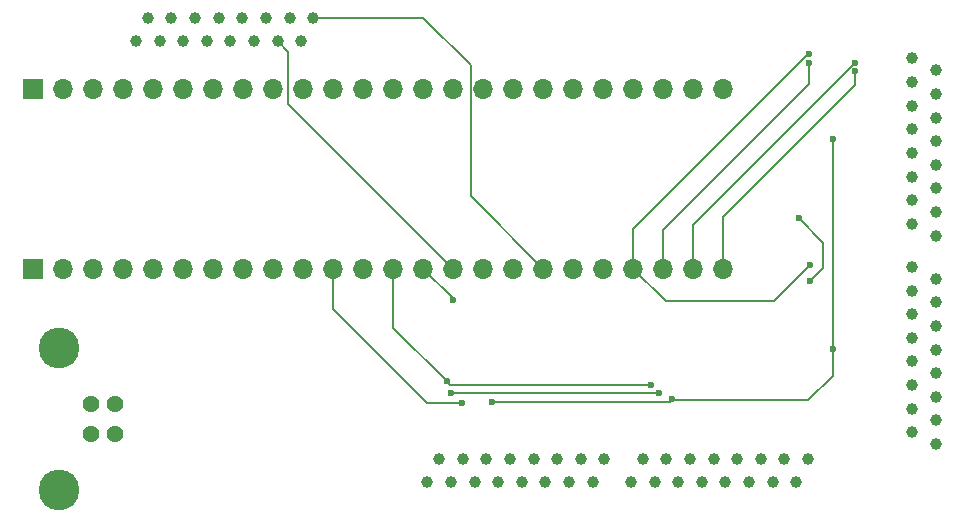
<source format=gbr>
%TF.GenerationSoftware,KiCad,Pcbnew,7.0.7-7.0.7~ubuntu22.04.1*%
%TF.CreationDate,2023-09-08T16:19:24+01:00*%
%TF.ProjectId,FSRray,46535272-6179-42e6-9b69-6361645f7063,rev?*%
%TF.SameCoordinates,Original*%
%TF.FileFunction,Copper,L3,Inr*%
%TF.FilePolarity,Positive*%
%FSLAX46Y46*%
G04 Gerber Fmt 4.6, Leading zero omitted, Abs format (unit mm)*
G04 Created by KiCad (PCBNEW 7.0.7-7.0.7~ubuntu22.04.1) date 2023-09-08 16:19:24*
%MOMM*%
%LPD*%
G01*
G04 APERTURE LIST*
%TA.AperFunction,ComponentPad*%
%ADD10C,1.000000*%
%TD*%
%TA.AperFunction,ComponentPad*%
%ADD11R,1.700000X1.700000*%
%TD*%
%TA.AperFunction,ComponentPad*%
%ADD12O,1.700000X1.700000*%
%TD*%
%TA.AperFunction,ComponentPad*%
%ADD13C,1.431000*%
%TD*%
%TA.AperFunction,ComponentPad*%
%ADD14C,3.450000*%
%TD*%
%TA.AperFunction,ViaPad*%
%ADD15C,0.600000*%
%TD*%
%TA.AperFunction,Conductor*%
%ADD16C,0.150000*%
%TD*%
G04 APERTURE END LIST*
D10*
%TO.N,Net-(J2-Pin_1)*%
%TO.C,J2*%
X209200000Y-115100001D03*
%TO.N,Net-(J2-Pin_2)*%
X207200000Y-114100001D03*
%TO.N,Net-(J2-Pin_3)*%
X209200000Y-113100001D03*
%TO.N,Net-(J2-Pin_4)*%
X207200000Y-112100001D03*
%TO.N,Net-(J2-Pin_5)*%
X209200000Y-111100001D03*
%TO.N,Net-(J2-Pin_6)*%
X207200000Y-110100001D03*
%TO.N,Net-(J2-Pin_7)*%
X209200000Y-109100001D03*
%TO.N,Net-(J2-Pin_8)*%
X207200000Y-108100001D03*
%TO.N,Net-(J2-Pin_9)*%
X209200000Y-107100001D03*
%TO.N,Net-(J2-Pin_10)*%
X207200000Y-106100001D03*
%TO.N,Net-(J2-Pin_11)*%
X209200000Y-105100001D03*
%TO.N,Net-(J2-Pin_12)*%
X207200000Y-104100001D03*
%TO.N,Net-(J2-Pin_13)*%
X209200000Y-103100001D03*
%TO.N,Net-(J2-Pin_14)*%
X207200000Y-102100001D03*
%TO.N,Net-(J2-Pin_15)*%
X209200000Y-101100001D03*
%TO.N,Net-(J2-Pin_16)*%
X207200000Y-100100001D03*
%TD*%
%TO.N,Net-(ADC2-AIN0)*%
%TO.C,J3*%
X183400000Y-118337653D03*
%TO.N,Net-(ADC2-AIN1)*%
X184400000Y-116337653D03*
%TO.N,Net-(ADC2-AIN2)*%
X185400000Y-118337653D03*
%TO.N,Net-(ADC2-AIN3)*%
X186400000Y-116337653D03*
%TO.N,Net-(ADC2-AIN4)*%
X187400000Y-118337653D03*
%TO.N,Net-(ADC2-AIN5)*%
X188400000Y-116337653D03*
%TO.N,Net-(ADC2-AIN6)*%
X189400000Y-118337653D03*
%TO.N,Net-(ADC2-AIN7)*%
X190400000Y-116337653D03*
%TO.N,Net-(ADC2-AIN8)*%
X191400000Y-118337653D03*
%TO.N,Net-(ADC2-AIN9)*%
X192400000Y-116337653D03*
%TO.N,Net-(ADC2-AIN10)*%
X193400000Y-118337653D03*
%TO.N,Net-(ADC2-AIN11)*%
X194400000Y-116337653D03*
%TO.N,Net-(ADC2-AIN12)*%
X195400000Y-118337653D03*
%TO.N,Net-(ADC2-AIN13)*%
X196400000Y-116337653D03*
%TO.N,Net-(ADC2-AIN14)*%
X197400000Y-118337653D03*
%TO.N,Net-(ADC2-~{CNVST{slash}AIN15})*%
X198400000Y-116337653D03*
%TD*%
%TO.N,/CSA1*%
%TO.C,J5*%
X141500000Y-81000000D03*
%TO.N,/CSA2*%
X142500000Y-79000000D03*
%TO.N,/CSA3*%
X143500000Y-81000000D03*
%TO.N,/CSA4*%
X144500000Y-79000000D03*
%TO.N,/CSA5*%
X145500000Y-81000000D03*
%TO.N,/CSA6*%
X146500000Y-79000000D03*
%TO.N,/CSA7*%
X147500000Y-81000000D03*
%TO.N,/CSA8*%
X148500000Y-79000000D03*
%TO.N,unconnected-(J5-Pin_9-Pad9)*%
X149500000Y-81000000D03*
%TO.N,unconnected-(J5-Pin_10-Pad10)*%
X150500000Y-79000000D03*
%TO.N,unconnected-(J5-Pin_11-Pad11)*%
X151500000Y-81000000D03*
%TO.N,GND*%
X152500000Y-79000000D03*
%TO.N,+3.3V*%
X153500000Y-81000000D03*
%TO.N,/MISO1*%
X154500000Y-79000000D03*
%TO.N,/SCLK1*%
X155500000Y-81000000D03*
%TO.N,/MOSI1*%
X156500000Y-79000000D03*
%TD*%
%TO.N,Net-(J1-Pin_1)*%
%TO.C,J1*%
X209205000Y-97450001D03*
%TO.N,Net-(J1-Pin_2)*%
X207205000Y-96450001D03*
%TO.N,Net-(J1-Pin_3)*%
X209205000Y-95450001D03*
%TO.N,Net-(J1-Pin_4)*%
X207205000Y-94450001D03*
%TO.N,Net-(J1-Pin_5)*%
X209205000Y-93450001D03*
%TO.N,Net-(J1-Pin_6)*%
X207205000Y-92450001D03*
%TO.N,Net-(J1-Pin_7)*%
X209205000Y-91450001D03*
%TO.N,Net-(J1-Pin_8)*%
X207205000Y-90450001D03*
%TO.N,Net-(J1-Pin_9)*%
X209205000Y-89450001D03*
%TO.N,Net-(J1-Pin_10)*%
X207205000Y-88450001D03*
%TO.N,Net-(J1-Pin_11)*%
X209205000Y-87450001D03*
%TO.N,Net-(J1-Pin_12)*%
X207205000Y-86450001D03*
%TO.N,Net-(J1-Pin_13)*%
X209205000Y-85450001D03*
%TO.N,Net-(J1-Pin_14)*%
X207205000Y-84450001D03*
%TO.N,Net-(J1-Pin_15)*%
X209205000Y-83450001D03*
%TO.N,Net-(J1-Pin_16)*%
X207205000Y-82450001D03*
%TD*%
%TO.N,Net-(ADC1-AIN0)*%
%TO.C,J4*%
X166162500Y-118322653D03*
%TO.N,Net-(ADC1-AIN1)*%
X167162500Y-116322653D03*
%TO.N,Net-(ADC1-AIN2)*%
X168162500Y-118322653D03*
%TO.N,Net-(ADC1-AIN3)*%
X169162500Y-116322653D03*
%TO.N,Net-(ADC1-AIN4)*%
X170162500Y-118322653D03*
%TO.N,Net-(ADC1-AIN5)*%
X171162500Y-116322653D03*
%TO.N,Net-(ADC1-AIN6)*%
X172162500Y-118322653D03*
%TO.N,Net-(ADC1-AIN7)*%
X173162500Y-116322653D03*
%TO.N,Net-(ADC1-AIN8)*%
X174162500Y-118322653D03*
%TO.N,Net-(ADC1-AIN9)*%
X175162500Y-116322653D03*
%TO.N,Net-(ADC1-AIN10)*%
X176162500Y-118322653D03*
%TO.N,Net-(ADC1-AIN11)*%
X177162500Y-116322653D03*
%TO.N,Net-(ADC1-AIN12)*%
X178162500Y-118322653D03*
%TO.N,Net-(ADC1-AIN13)*%
X179162500Y-116322653D03*
%TO.N,Net-(ADC1-AIN14)*%
X180162500Y-118322653D03*
%TO.N,Net-(ADC1-~{CNVST{slash}AIN15})*%
X181162500Y-116322653D03*
%TD*%
D11*
%TO.N,GND*%
%TO.C,J12*%
X132780000Y-100240000D03*
D12*
%TO.N,unconnected-(J12-Pin_2-Pad2)*%
X135320000Y-100240000D03*
%TO.N,/MISO1*%
X137860000Y-100240000D03*
%TO.N,unconnected-(J12-Pin_4-Pad4)*%
X140400000Y-100240000D03*
%TO.N,unconnected-(J12-Pin_5-Pad5)*%
X142940000Y-100240000D03*
%TO.N,unconnected-(J12-Pin_6-Pad6)*%
X145480000Y-100240000D03*
%TO.N,unconnected-(J12-Pin_7-Pad7)*%
X148020000Y-100240000D03*
%TO.N,unconnected-(J12-Pin_8-Pad8)*%
X150560000Y-100240000D03*
%TO.N,unconnected-(J12-Pin_9-Pad9)*%
X153100000Y-100240000D03*
%TO.N,/EOC1*%
X155640000Y-100240000D03*
%TO.N,/CS1*%
X158180000Y-100240000D03*
%TO.N,unconnected-(J12-Pin_12-Pad12)*%
X160720000Y-100240000D03*
%TO.N,/MOSI*%
X163260000Y-100240000D03*
%TO.N,/MISO*%
X165800000Y-100240000D03*
%TO.N,+3.3V*%
X168340000Y-100240000D03*
%TO.N,unconnected-(J12-Pin_16-Pad16)*%
X170880000Y-100240000D03*
%TO.N,/EOC2*%
X173420000Y-100240000D03*
%TO.N,/MOSI1*%
X175960000Y-100240000D03*
%TO.N,/SCLK1*%
X178500000Y-100240000D03*
%TO.N,/CS2*%
X181040000Y-100240000D03*
%TO.N,/S3*%
X183580000Y-100240000D03*
%TO.N,/S2*%
X186120000Y-100240000D03*
%TO.N,/S1*%
X188660000Y-100240000D03*
%TO.N,/S0*%
X191200000Y-100240000D03*
%TD*%
D11*
%TO.N,+5V*%
%TO.C,J11*%
X132780000Y-85000000D03*
D12*
%TO.N,GND*%
X135320000Y-85000000D03*
%TO.N,unconnected-(J11-Pin_3-Pad3)*%
X137860000Y-85000000D03*
%TO.N,/CSA1*%
X140400000Y-85000000D03*
%TO.N,/CSA2*%
X142940000Y-85000000D03*
%TO.N,/CSA3*%
X145480000Y-85000000D03*
%TO.N,/CSA4*%
X148020000Y-85000000D03*
%TO.N,/CSA5*%
X150560000Y-85000000D03*
%TO.N,/CSA6*%
X153100000Y-85000000D03*
%TO.N,/CSA7*%
X155640000Y-85000000D03*
%TO.N,/CSA8*%
X158180000Y-85000000D03*
%TO.N,unconnected-(J11-Pin_12-Pad12)*%
X160720000Y-85000000D03*
%TO.N,unconnected-(J11-Pin_13-Pad13)*%
X163260000Y-85000000D03*
%TO.N,/SCLK*%
X165800000Y-85000000D03*
%TO.N,GND*%
X168340000Y-85000000D03*
%TO.N,unconnected-(J11-Pin_16-Pad16)*%
X170880000Y-85000000D03*
%TO.N,unconnected-(J11-Pin_17-Pad17)*%
X173420000Y-85000000D03*
%TO.N,unconnected-(J11-Pin_18-Pad18)*%
X175960000Y-85000000D03*
%TO.N,unconnected-(J11-Pin_19-Pad19)*%
X178500000Y-85000000D03*
%TO.N,unconnected-(J11-Pin_20-Pad20)*%
X181040000Y-85000000D03*
%TO.N,unconnected-(J11-Pin_21-Pad21)*%
X183580000Y-85000000D03*
%TO.N,unconnected-(J11-Pin_22-Pad22)*%
X186120000Y-85000000D03*
%TO.N,/EN2*%
X188660000Y-85000000D03*
%TO.N,/EN1*%
X191200000Y-85000000D03*
%TD*%
D13*
%TO.N,+5V*%
%TO.C,J17*%
X139710000Y-111730000D03*
%TO.N,unconnected-(J17-D--Pad2)*%
X139710000Y-114230000D03*
%TO.N,unconnected-(J17-D+-Pad3)*%
X137710000Y-114230000D03*
%TO.N,GND*%
X137710000Y-111730000D03*
D14*
%TO.N,unconnected-(J17-SH1-Pad5)*%
X135000000Y-119000000D03*
%TO.N,unconnected-(J17-SH2-Pad6)*%
X135000000Y-106960000D03*
%TD*%
D15*
%TO.N,/MISO*%
X168300000Y-102900000D03*
%TO.N,/MOSI*%
X167800000Y-109800000D03*
X185100000Y-110100000D03*
%TO.N,/SCLK*%
X168200000Y-110800000D03*
X185800000Y-110800000D03*
%TO.N,/CS1*%
X169100000Y-111600000D03*
%TO.N,+5V*%
X200500000Y-107075001D03*
X200500000Y-89275000D03*
X171600000Y-111500000D03*
X186900000Y-111300000D03*
%TO.N,/EN1*%
X198600000Y-101300000D03*
X197600000Y-96000000D03*
%TO.N,/S3*%
X198500000Y-82073497D03*
X198600000Y-99900000D03*
%TO.N,/S2*%
X198500000Y-82800000D03*
%TO.N,/S1*%
X202400000Y-82800000D03*
%TO.N,/S0*%
X202400000Y-83526503D03*
%TD*%
D16*
%TO.N,/MISO*%
X168300000Y-102740000D02*
X168300000Y-102900000D01*
X165800000Y-100240000D02*
X168300000Y-102740000D01*
%TO.N,/MOSI*%
X163260000Y-105260000D02*
X167800000Y-109800000D01*
X185100000Y-110100000D02*
X168100000Y-110100000D01*
X163260000Y-100240000D02*
X163260000Y-105260000D01*
X168100000Y-110100000D02*
X167800000Y-109800000D01*
%TO.N,/SCLK*%
X185109936Y-110800000D02*
X185800000Y-110800000D01*
X168200000Y-110800000D02*
X185109936Y-110800000D01*
%TO.N,/CS1*%
X169100000Y-111600000D02*
X166100000Y-111600000D01*
X166100000Y-111600000D02*
X158180000Y-103680000D01*
X158180000Y-103680000D02*
X158180000Y-100240000D01*
%TO.N,+5V*%
X200500000Y-107075001D02*
X200500000Y-109300000D01*
X171600000Y-111500000D02*
X186700000Y-111500000D01*
X200500000Y-89275000D02*
X200500000Y-107075001D01*
X187000000Y-111400000D02*
X186900000Y-111300000D01*
X200500000Y-109300000D02*
X198400000Y-111400000D01*
X186700000Y-111500000D02*
X186900000Y-111300000D01*
X198400000Y-111400000D02*
X187000000Y-111400000D01*
%TO.N,/EN1*%
X199700000Y-98100000D02*
X197600000Y-96000000D01*
X199700000Y-100200000D02*
X199700000Y-98100000D01*
X198600000Y-101300000D02*
X199700000Y-100200000D01*
%TO.N,/S3*%
X186340000Y-103000000D02*
X183580000Y-100240000D01*
X183580000Y-96920000D02*
X183580000Y-100240000D01*
X198600000Y-99900000D02*
X195500000Y-103000000D01*
X198426503Y-82073497D02*
X183580000Y-96920000D01*
X195500000Y-103000000D02*
X186340000Y-103000000D01*
X198500000Y-82073497D02*
X198426503Y-82073497D01*
%TO.N,/S2*%
X198500000Y-84600000D02*
X186120000Y-96980000D01*
X186120000Y-96980000D02*
X186120000Y-100240000D01*
X198500000Y-82800000D02*
X198500000Y-84600000D01*
%TO.N,/S1*%
X202400000Y-82800000D02*
X188660000Y-96540000D01*
X188660000Y-96540000D02*
X188660000Y-100240000D01*
%TO.N,/S0*%
X202400000Y-83526503D02*
X202400000Y-84700000D01*
X191200000Y-95900000D02*
X191200000Y-100240000D01*
X202400000Y-84700000D02*
X191200000Y-95900000D01*
%TO.N,+3.3V*%
X153500000Y-81000000D02*
X154400000Y-81900000D01*
X154400000Y-86300000D02*
X168340000Y-100240000D01*
X154400000Y-81900000D02*
X154400000Y-86300000D01*
%TO.N,/MOSI1*%
X165800000Y-79000000D02*
X169828000Y-83028000D01*
X156500000Y-79000000D02*
X165800000Y-79000000D01*
X169828000Y-94108000D02*
X175960000Y-100240000D01*
X169828000Y-83028000D02*
X169828000Y-94108000D01*
%TD*%
M02*

</source>
